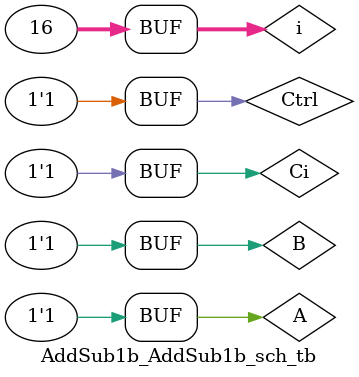
<source format=v>

`timescale 1ns / 1ps

module AddSub1b_AddSub1b_sch_tb();

// Inputs
   reg A;
   reg B;
   reg Ctrl;
   reg Ci;

// Output
   wire S;
   wire Co;

// Bidirs

// Instantiate the UUT
   AddSub1b UUT (
		.S(S), 
		.Co(Co), 
		.A(A), 
		.B(B), 
		.Ctrl(Ctrl), 
		.Ci(Ci)
   );
// Initialize Inputs
integer i;
initial begin
		A = 0;
		B = 0;
		Ctrl = 0;
		Ci = 0;
		
		for(i=0; i < 16; i=i+1)begin
		{Ctrl, Ci, A, B} <= i;
		#50;
		end
		
end
endmodule

</source>
